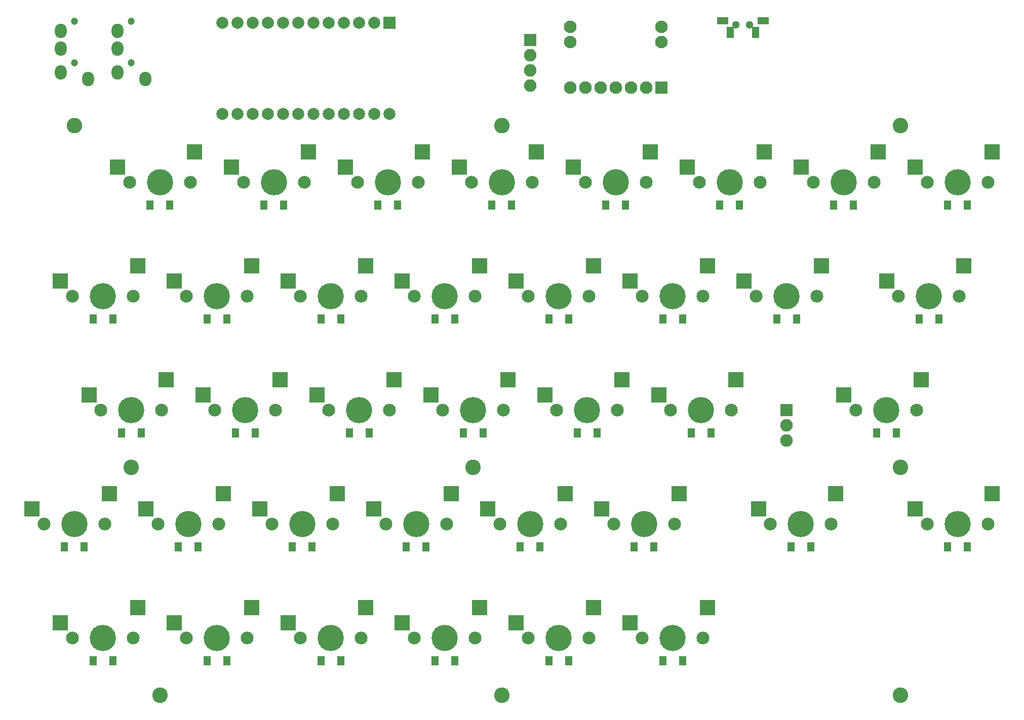
<source format=gbr>
G04 #@! TF.GenerationSoftware,KiCad,Pcbnew,(5.0.0)*
G04 #@! TF.CreationDate,2018-12-18T11:16:47+09:00*
G04 #@! TF.ProjectId,hecomi_R,6865636F6D695F522E6B696361645F70,rev?*
G04 #@! TF.SameCoordinates,Original*
G04 #@! TF.FileFunction,Soldermask,Bot*
G04 #@! TF.FilePolarity,Negative*
%FSLAX46Y46*%
G04 Gerber Fmt 4.6, Leading zero omitted, Abs format (unit mm)*
G04 Created by KiCad (PCBNEW (5.0.0)) date 12/18/18 11:16:47*
%MOMM*%
%LPD*%
G01*
G04 APERTURE LIST*
%ADD10C,4.387800*%
%ADD11C,2.150000*%
%ADD12R,2.550000X2.500000*%
%ADD13C,2.600000*%
%ADD14O,2.100000X2.100000*%
%ADD15R,2.100000X2.100000*%
%ADD16C,2.100000*%
%ADD17R,2.000000X2.000000*%
%ADD18C,2.000000*%
%ADD19R,1.300000X1.600000*%
%ADD20O,2.000000X2.400000*%
%ADD21C,1.200000*%
%ADD22R,1.850000X1.200000*%
%ADD23R,1.300000X1.870000*%
%ADD24C,1.300000*%
G04 APERTURE END LIST*
D10*
G04 #@! TO.C,SW23*
X147638000Y-57150000D03*
D11*
X142558000Y-57150000D03*
X152718000Y-57150000D03*
D12*
X140553000Y-54610000D03*
X153453000Y-52070000D03*
G04 #@! TD*
D10*
G04 #@! TO.C,SW24*
X178594000Y-57150000D03*
D11*
X173514000Y-57150000D03*
X183674000Y-57150000D03*
D12*
X171509000Y-54610000D03*
X184409000Y-52070000D03*
G04 #@! TD*
D10*
G04 #@! TO.C,SW26*
X61912500Y-76200000D03*
D11*
X56832500Y-76200000D03*
X66992500Y-76200000D03*
D12*
X54827500Y-73660000D03*
X67727500Y-71120000D03*
G04 #@! TD*
D10*
G04 #@! TO.C,SW27*
X80962500Y-76200000D03*
D11*
X75882500Y-76200000D03*
X86042500Y-76200000D03*
D12*
X73877500Y-73660000D03*
X86777500Y-71120000D03*
G04 #@! TD*
D10*
G04 #@! TO.C,SW28*
X100012000Y-76200000D03*
D11*
X94932000Y-76200000D03*
X105092000Y-76200000D03*
D12*
X92927000Y-73660000D03*
X105827000Y-71120000D03*
G04 #@! TD*
D10*
G04 #@! TO.C,SW29*
X119062000Y-76200000D03*
D11*
X113982000Y-76200000D03*
X124142000Y-76200000D03*
D12*
X111977000Y-73660000D03*
X124877000Y-71120000D03*
G04 #@! TD*
D10*
G04 #@! TO.C,SW30*
X138112000Y-76200000D03*
D11*
X133032000Y-76200000D03*
X143192000Y-76200000D03*
D12*
X131027000Y-73660000D03*
X143927000Y-71120000D03*
G04 #@! TD*
D10*
G04 #@! TO.C,SW39*
X123825000Y-95250000D03*
D11*
X118745000Y-95250000D03*
X128905000Y-95250000D03*
D12*
X116740000Y-92710000D03*
X129640000Y-90170000D03*
G04 #@! TD*
D10*
G04 #@! TO.C,SW31*
X164306000Y-76200000D03*
D11*
X159226000Y-76200000D03*
X169386000Y-76200000D03*
D12*
X157221000Y-73660000D03*
X170121000Y-71120000D03*
G04 #@! TD*
D10*
G04 #@! TO.C,SW32*
X190500000Y-76200000D03*
D11*
X185420000Y-76200000D03*
X195580000Y-76200000D03*
D12*
X183415000Y-73660000D03*
X196315000Y-71120000D03*
G04 #@! TD*
D10*
G04 #@! TO.C,SW35*
X47625000Y-95250000D03*
D11*
X42545000Y-95250000D03*
X52705000Y-95250000D03*
D12*
X40540000Y-92710000D03*
X53440000Y-90170000D03*
G04 #@! TD*
D10*
G04 #@! TO.C,SW36*
X66675000Y-95250000D03*
D11*
X61595000Y-95250000D03*
X71755000Y-95250000D03*
D12*
X59590000Y-92710000D03*
X72490000Y-90170000D03*
G04 #@! TD*
D10*
G04 #@! TO.C,SW37*
X85725000Y-95250000D03*
D11*
X80645000Y-95250000D03*
X90805000Y-95250000D03*
D12*
X78640000Y-92710000D03*
X91540000Y-90170000D03*
G04 #@! TD*
D10*
G04 #@! TO.C,SW38*
X104775000Y-95250000D03*
D11*
X99695000Y-95250000D03*
X109855000Y-95250000D03*
D12*
X97690000Y-92710000D03*
X110590000Y-90170000D03*
G04 #@! TD*
D10*
G04 #@! TO.C,SW40*
X142875000Y-95250000D03*
D11*
X137795000Y-95250000D03*
X147955000Y-95250000D03*
D12*
X135790000Y-92710000D03*
X148690000Y-90170000D03*
G04 #@! TD*
D10*
G04 #@! TO.C,SW25*
X42862500Y-76200000D03*
D11*
X37782500Y-76200000D03*
X47942500Y-76200000D03*
D12*
X35777500Y-73660000D03*
X48677500Y-71120000D03*
G04 #@! TD*
D10*
G04 #@! TO.C,SW2*
X76200000Y-19050000D03*
D11*
X71120000Y-19050000D03*
X81280000Y-19050000D03*
D12*
X69115000Y-16510000D03*
X82015000Y-13970000D03*
G04 #@! TD*
D10*
G04 #@! TO.C,SW22*
X128588000Y-57150000D03*
D11*
X123508000Y-57150000D03*
X133668000Y-57150000D03*
D12*
X121503000Y-54610000D03*
X134403000Y-52070000D03*
G04 #@! TD*
D10*
G04 #@! TO.C,SW3*
X95250000Y-19050000D03*
D11*
X90170000Y-19050000D03*
X100330000Y-19050000D03*
D12*
X88165000Y-16510000D03*
X101065000Y-13970000D03*
G04 #@! TD*
D10*
G04 #@! TO.C,SW4*
X114300000Y-19050000D03*
D11*
X109220000Y-19050000D03*
X119380000Y-19050000D03*
D12*
X107215000Y-16510000D03*
X120115000Y-13970000D03*
G04 #@! TD*
D10*
G04 #@! TO.C,SW5*
X133350000Y-19050000D03*
D11*
X128270000Y-19050000D03*
X138430000Y-19050000D03*
D12*
X126265000Y-16510000D03*
X139165000Y-13970000D03*
G04 #@! TD*
D10*
G04 #@! TO.C,SW7*
X171450000Y-19050000D03*
D11*
X166370000Y-19050000D03*
X176530000Y-19050000D03*
D12*
X164365000Y-16510000D03*
X177265000Y-13970000D03*
G04 #@! TD*
D10*
G04 #@! TO.C,SW8*
X190500000Y-19050000D03*
D11*
X185420000Y-19050000D03*
X195580000Y-19050000D03*
D12*
X183415000Y-16510000D03*
X196315000Y-13970000D03*
G04 #@! TD*
D10*
G04 #@! TO.C,SW9*
X47625000Y-38100000D03*
D11*
X42545000Y-38100000D03*
X52705000Y-38100000D03*
D12*
X40540000Y-35560000D03*
X53440000Y-33020000D03*
G04 #@! TD*
D10*
G04 #@! TO.C,SW21*
X109538000Y-57150000D03*
D11*
X104458000Y-57150000D03*
X114618000Y-57150000D03*
D12*
X102453000Y-54610000D03*
X115353000Y-52070000D03*
G04 #@! TD*
D10*
G04 #@! TO.C,SW11*
X85725000Y-38100000D03*
D11*
X80645000Y-38100000D03*
X90805000Y-38100000D03*
D12*
X78640000Y-35560000D03*
X91540000Y-33020000D03*
G04 #@! TD*
D10*
G04 #@! TO.C,SW12*
X104775000Y-38100000D03*
D11*
X99695000Y-38100000D03*
X109855000Y-38100000D03*
D12*
X97690000Y-35560000D03*
X110590000Y-33020000D03*
G04 #@! TD*
D10*
G04 #@! TO.C,SW14*
X142875000Y-38100000D03*
D11*
X137795000Y-38100000D03*
X147955000Y-38100000D03*
D12*
X135790000Y-35560000D03*
X148690000Y-33020000D03*
G04 #@! TD*
D10*
G04 #@! TO.C,SW15*
X161925000Y-38100000D03*
D11*
X156845000Y-38100000D03*
X167005000Y-38100000D03*
D12*
X154840000Y-35560000D03*
X167740000Y-33020000D03*
G04 #@! TD*
D10*
G04 #@! TO.C,SW16*
X185738000Y-38100000D03*
D11*
X180658000Y-38100000D03*
X190818000Y-38100000D03*
D12*
X178653000Y-35560000D03*
X191553000Y-33020000D03*
G04 #@! TD*
D10*
G04 #@! TO.C,SW18*
X52387500Y-57150000D03*
D11*
X47307500Y-57150000D03*
X57467500Y-57150000D03*
D12*
X45302500Y-54610000D03*
X58202500Y-52070000D03*
G04 #@! TD*
D10*
G04 #@! TO.C,SW19*
X71437500Y-57150000D03*
D11*
X66357500Y-57150000D03*
X76517500Y-57150000D03*
D12*
X64352500Y-54610000D03*
X77252500Y-52070000D03*
G04 #@! TD*
D10*
G04 #@! TO.C,SW20*
X90487500Y-57150000D03*
D11*
X85407500Y-57150000D03*
X95567500Y-57150000D03*
D12*
X83402500Y-54610000D03*
X96302500Y-52070000D03*
G04 #@! TD*
D10*
G04 #@! TO.C,SW10*
X66675000Y-38100000D03*
D11*
X61595000Y-38100000D03*
X71755000Y-38100000D03*
D12*
X59590000Y-35560000D03*
X72490000Y-33020000D03*
G04 #@! TD*
D10*
G04 #@! TO.C,SW1*
X57150000Y-19050000D03*
D11*
X52070000Y-19050000D03*
X62230000Y-19050000D03*
D12*
X50065000Y-16510000D03*
X62965000Y-13970000D03*
G04 #@! TD*
D10*
G04 #@! TO.C,SW6*
X152400000Y-19050000D03*
D11*
X147320000Y-19050000D03*
X157480000Y-19050000D03*
D12*
X145315000Y-16510000D03*
X158215000Y-13970000D03*
G04 #@! TD*
D10*
G04 #@! TO.C,SW13*
X123825000Y-38100000D03*
D11*
X118745000Y-38100000D03*
X128905000Y-38100000D03*
D12*
X116740000Y-35560000D03*
X129640000Y-33020000D03*
G04 #@! TD*
D13*
G04 #@! TO.C,MH6*
X180975000Y-66675000D03*
G04 #@! TD*
G04 #@! TO.C,MH1*
X42862500Y-9525000D03*
G04 #@! TD*
G04 #@! TO.C,MH2*
X114300000Y-9525000D03*
G04 #@! TD*
G04 #@! TO.C,MH3*
X180975000Y-9525000D03*
G04 #@! TD*
G04 #@! TO.C,MH5*
X52387500Y-66675000D03*
G04 #@! TD*
G04 #@! TO.C,MH8*
X114300000Y-104775000D03*
G04 #@! TD*
G04 #@! TO.C,MH9*
X180975000Y-104775000D03*
G04 #@! TD*
G04 #@! TO.C,MH4*
X109538000Y-66675000D03*
G04 #@! TD*
G04 #@! TO.C,MH7*
X57150000Y-104775000D03*
G04 #@! TD*
D14*
G04 #@! TO.C,J1*
X161925000Y-62230000D03*
X161925000Y-59690000D03*
D15*
X161925000Y-57150000D03*
G04 #@! TD*
D14*
G04 #@! TO.C,J3*
X119062000Y-2857500D03*
X119062000Y-317500D03*
X119062000Y2222500D03*
D15*
X119062000Y4762500D03*
G04 #@! TD*
D16*
G04 #@! TO.C,J2*
X140970000Y6985000D03*
X125730000Y6985000D03*
X140970000Y4445000D03*
X125730000Y4445000D03*
X125730000Y-3175000D03*
X128270000Y-3175000D03*
X130810000Y-3175000D03*
X133350000Y-3175000D03*
X135890000Y-3175000D03*
X138430000Y-3175000D03*
D15*
X140970000Y-3175000D03*
G04 #@! TD*
D17*
G04 #@! TO.C,U1*
X95567500Y7620000D03*
D18*
X93027500Y7620000D03*
X90487500Y7620000D03*
X87947500Y7620000D03*
X85407500Y7620000D03*
X82867500Y7620000D03*
X80327500Y7620000D03*
X77787500Y7620000D03*
X75247500Y7620000D03*
X72707500Y7620000D03*
X70167500Y7620000D03*
X67627500Y7620000D03*
X67627500Y-7620000D03*
X70167500Y-7620000D03*
X72707500Y-7620000D03*
X75247500Y-7620000D03*
X77787500Y-7620000D03*
X80327500Y-7620000D03*
X82867500Y-7620000D03*
X85407500Y-7620000D03*
X87947500Y-7620000D03*
X90487500Y-7620000D03*
X93027500Y-7620000D03*
X95567500Y-7620000D03*
G04 #@! TD*
D19*
G04 #@! TO.C,D25*
X44512500Y-80010000D03*
X41212500Y-80010000D03*
G04 #@! TD*
G04 #@! TO.C,D35*
X49275000Y-99060000D03*
X45975000Y-99060000D03*
G04 #@! TD*
G04 #@! TO.C,D1*
X58800000Y-22860000D03*
X55500000Y-22860000D03*
G04 #@! TD*
G04 #@! TO.C,D2*
X77850000Y-22860000D03*
X74550000Y-22860000D03*
G04 #@! TD*
G04 #@! TO.C,D3*
X96900000Y-22860000D03*
X93600000Y-22860000D03*
G04 #@! TD*
G04 #@! TO.C,D4*
X115950000Y-22860000D03*
X112650000Y-22860000D03*
G04 #@! TD*
G04 #@! TO.C,D5*
X135000000Y-22860000D03*
X131700000Y-22860000D03*
G04 #@! TD*
G04 #@! TO.C,D6*
X154050000Y-22860000D03*
X150750000Y-22860000D03*
G04 #@! TD*
G04 #@! TO.C,D7*
X173100000Y-22860000D03*
X169800000Y-22860000D03*
G04 #@! TD*
G04 #@! TO.C,D8*
X192150000Y-22860000D03*
X188850000Y-22860000D03*
G04 #@! TD*
G04 #@! TO.C,D9*
X49275000Y-41910000D03*
X45975000Y-41910000D03*
G04 #@! TD*
G04 #@! TO.C,D10*
X68325000Y-41910000D03*
X65025000Y-41910000D03*
G04 #@! TD*
G04 #@! TO.C,D11*
X87375000Y-41910000D03*
X84075000Y-41910000D03*
G04 #@! TD*
G04 #@! TO.C,D12*
X106425000Y-41910000D03*
X103125000Y-41910000D03*
G04 #@! TD*
G04 #@! TO.C,D13*
X125475000Y-41910000D03*
X122175000Y-41910000D03*
G04 #@! TD*
G04 #@! TO.C,D14*
X144525000Y-41910000D03*
X141225000Y-41910000D03*
G04 #@! TD*
G04 #@! TO.C,D15*
X163575000Y-41910000D03*
X160275000Y-41910000D03*
G04 #@! TD*
G04 #@! TO.C,D16*
X187388000Y-41910000D03*
X184088000Y-41910000D03*
G04 #@! TD*
G04 #@! TO.C,D18*
X54037500Y-60960000D03*
X50737500Y-60960000D03*
G04 #@! TD*
G04 #@! TO.C,D19*
X73087500Y-60960000D03*
X69787500Y-60960000D03*
G04 #@! TD*
G04 #@! TO.C,D20*
X92137500Y-60960000D03*
X88837500Y-60960000D03*
G04 #@! TD*
G04 #@! TO.C,D21*
X111188000Y-60960000D03*
X107888000Y-60960000D03*
G04 #@! TD*
G04 #@! TO.C,D22*
X130238000Y-60960000D03*
X126938000Y-60960000D03*
G04 #@! TD*
G04 #@! TO.C,D23*
X149288000Y-60960000D03*
X145988000Y-60960000D03*
G04 #@! TD*
G04 #@! TO.C,D24*
X180244000Y-60960000D03*
X176944000Y-60960000D03*
G04 #@! TD*
G04 #@! TO.C,D26*
X63562500Y-80010000D03*
X60262500Y-80010000D03*
G04 #@! TD*
G04 #@! TO.C,D27*
X82612500Y-80010000D03*
X79312500Y-80010000D03*
G04 #@! TD*
G04 #@! TO.C,D28*
X101662000Y-80010000D03*
X98362000Y-80010000D03*
G04 #@! TD*
G04 #@! TO.C,D29*
X120712000Y-80010000D03*
X117412000Y-80010000D03*
G04 #@! TD*
G04 #@! TO.C,D30*
X139762000Y-80010000D03*
X136462000Y-80010000D03*
G04 #@! TD*
G04 #@! TO.C,D31*
X165956000Y-80010000D03*
X162656000Y-80010000D03*
G04 #@! TD*
G04 #@! TO.C,D32*
X192150000Y-80010000D03*
X188850000Y-80010000D03*
G04 #@! TD*
G04 #@! TO.C,D36*
X68325000Y-99060000D03*
X65025000Y-99060000D03*
G04 #@! TD*
G04 #@! TO.C,D37*
X87375000Y-99060000D03*
X84075000Y-99060000D03*
G04 #@! TD*
G04 #@! TO.C,D38*
X106425000Y-99060000D03*
X103125000Y-99060000D03*
G04 #@! TD*
G04 #@! TO.C,D39*
X125475000Y-99060000D03*
X122175000Y-99060000D03*
G04 #@! TD*
G04 #@! TO.C,D40*
X144525000Y-99060000D03*
X141225000Y-99060000D03*
G04 #@! TD*
D20*
G04 #@! TO.C,J4*
X54687500Y-1775000D03*
X50087500Y-675000D03*
X50087500Y6325000D03*
D21*
X52387500Y925000D03*
X52387500Y7925000D03*
D20*
X50087500Y3325000D03*
G04 #@! TD*
D22*
G04 #@! TO.C,SW41*
X157997000Y7985000D03*
X151247000Y7985000D03*
D23*
X156722000Y6000000D03*
X152522000Y6000000D03*
D24*
X153472000Y7285000D03*
X155772000Y7285000D03*
G04 #@! TD*
D20*
G04 #@! TO.C,J5*
X45162500Y-1775000D03*
X40562500Y-675000D03*
X40562500Y6325000D03*
D21*
X42862500Y925000D03*
X42862500Y7925000D03*
D20*
X40562500Y3325000D03*
G04 #@! TD*
M02*

</source>
